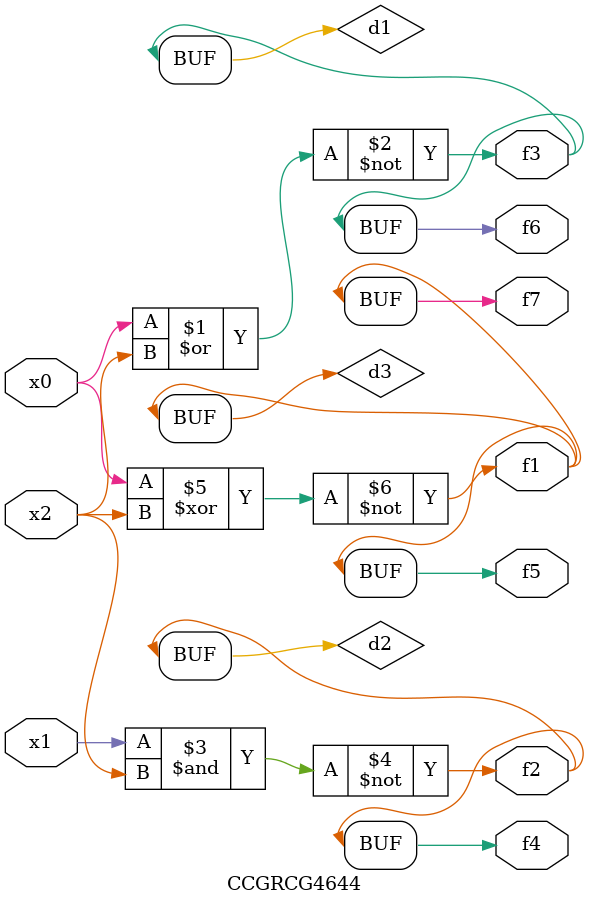
<source format=v>
module CCGRCG4644(
	input x0, x1, x2,
	output f1, f2, f3, f4, f5, f6, f7
);

	wire d1, d2, d3;

	nor (d1, x0, x2);
	nand (d2, x1, x2);
	xnor (d3, x0, x2);
	assign f1 = d3;
	assign f2 = d2;
	assign f3 = d1;
	assign f4 = d2;
	assign f5 = d3;
	assign f6 = d1;
	assign f7 = d3;
endmodule

</source>
